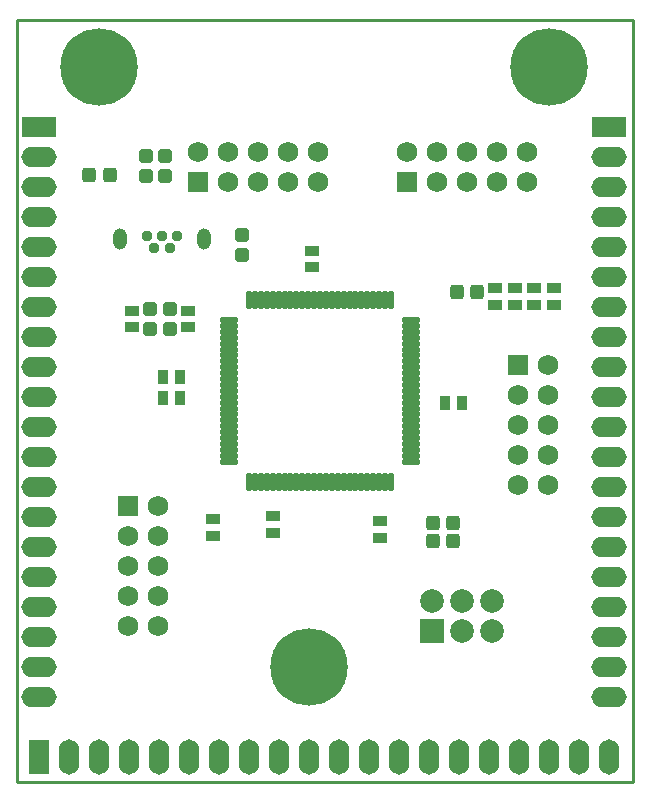
<source format=gts>
G04*
G04 #@! TF.GenerationSoftware,Altium Limited,Altium Designer,18.1.6 (161)*
G04*
G04 Layer_Color=8388736*
%FSLAX25Y25*%
%MOIN*%
G70*
G01*
G75*
%ADD15C,0.01000*%
%ADD24R,0.04540X0.03753*%
%ADD25R,0.03753X0.04540*%
G04:AMPARAMS|DCode=26|XSize=47.37mil|YSize=43.43mil|CornerRadius=8.43mil|HoleSize=0mil|Usage=FLASHONLY|Rotation=0.000|XOffset=0mil|YOffset=0mil|HoleType=Round|Shape=RoundedRectangle|*
%AMROUNDEDRECTD26*
21,1,0.04737,0.02657,0,0,0.0*
21,1,0.03051,0.04343,0,0,0.0*
1,1,0.01686,0.01526,-0.01329*
1,1,0.01686,-0.01526,-0.01329*
1,1,0.01686,-0.01526,0.01329*
1,1,0.01686,0.01526,0.01329*
%
%ADD26ROUNDEDRECTD26*%
%ADD27O,0.06312X0.01981*%
%ADD28O,0.01981X0.06312*%
G04:AMPARAMS|DCode=29|XSize=47.37mil|YSize=43.43mil|CornerRadius=8.43mil|HoleSize=0mil|Usage=FLASHONLY|Rotation=90.000|XOffset=0mil|YOffset=0mil|HoleType=Round|Shape=RoundedRectangle|*
%AMROUNDEDRECTD29*
21,1,0.04737,0.02657,0,0,90.0*
21,1,0.03051,0.04343,0,0,90.0*
1,1,0.01686,0.01329,0.01526*
1,1,0.01686,0.01329,-0.01526*
1,1,0.01686,-0.01329,-0.01526*
1,1,0.01686,-0.01329,0.01526*
%
%ADD29ROUNDEDRECTD29*%
%ADD30C,0.25800*%
%ADD31R,0.11800X0.06800*%
%ADD32O,0.11800X0.06800*%
%ADD33R,0.06800X0.11800*%
%ADD34O,0.06800X0.11800*%
%ADD35C,0.03753*%
G04:AMPARAMS|DCode=36|XSize=47.37mil|YSize=70.99mil|CornerRadius=23.68mil|HoleSize=0mil|Usage=FLASHONLY|Rotation=0.000|XOffset=0mil|YOffset=0mil|HoleType=Round|Shape=RoundedRectangle|*
%AMROUNDEDRECTD36*
21,1,0.04737,0.02362,0,0,0.0*
21,1,0.00000,0.07099,0,0,0.0*
1,1,0.04737,0.00000,-0.01181*
1,1,0.04737,0.00000,-0.01181*
1,1,0.04737,0.00000,0.01181*
1,1,0.04737,0.00000,0.01181*
%
%ADD36ROUNDEDRECTD36*%
%ADD37C,0.07887*%
%ADD38R,0.07887X0.07887*%
%ADD39C,0.06902*%
%ADD40R,0.06902X0.06902*%
%ADD41R,0.06902X0.06902*%
D15*
X0Y0D02*
X205500D01*
Y254000D01*
X0D02*
X205500D01*
X0Y0D02*
Y254000D01*
D24*
X98500Y177256D02*
D03*
Y171744D02*
D03*
X65500Y87756D02*
D03*
Y82244D02*
D03*
X38500Y151744D02*
D03*
Y157256D02*
D03*
X57000Y151744D02*
D03*
Y157256D02*
D03*
X85500Y88756D02*
D03*
Y83244D02*
D03*
X121000Y87000D02*
D03*
Y81488D02*
D03*
X159500Y164756D02*
D03*
Y159244D02*
D03*
X166000Y164756D02*
D03*
Y159244D02*
D03*
X172500Y164756D02*
D03*
Y159244D02*
D03*
X179000Y164756D02*
D03*
Y159244D02*
D03*
D25*
X54256Y135000D02*
D03*
X48744D02*
D03*
X54256Y128000D02*
D03*
X48744D02*
D03*
X142744Y126500D02*
D03*
X148256D02*
D03*
D26*
X44500Y151154D02*
D03*
Y157846D02*
D03*
X51000Y157846D02*
D03*
Y151154D02*
D03*
X75000Y182346D02*
D03*
Y175654D02*
D03*
X43000Y208846D02*
D03*
Y202153D02*
D03*
X49500Y202153D02*
D03*
Y208846D02*
D03*
D27*
X70685Y154122D02*
D03*
Y152154D02*
D03*
Y150185D02*
D03*
Y148216D02*
D03*
Y146248D02*
D03*
Y144280D02*
D03*
Y142311D02*
D03*
Y140342D02*
D03*
Y138374D02*
D03*
Y136406D02*
D03*
Y134437D02*
D03*
Y132468D02*
D03*
Y130500D02*
D03*
Y128532D02*
D03*
Y126563D02*
D03*
Y124594D02*
D03*
Y122626D02*
D03*
Y120658D02*
D03*
Y118689D02*
D03*
Y116720D02*
D03*
Y114752D02*
D03*
Y112784D02*
D03*
Y110815D02*
D03*
Y108846D02*
D03*
Y106878D02*
D03*
X131315D02*
D03*
Y108846D02*
D03*
Y110815D02*
D03*
Y112784D02*
D03*
Y114752D02*
D03*
Y116720D02*
D03*
Y118689D02*
D03*
Y120658D02*
D03*
Y122626D02*
D03*
Y124594D02*
D03*
Y126563D02*
D03*
Y128532D02*
D03*
Y130500D02*
D03*
Y132468D02*
D03*
Y134437D02*
D03*
Y136406D02*
D03*
Y138374D02*
D03*
Y140342D02*
D03*
Y142311D02*
D03*
Y144280D02*
D03*
Y146248D02*
D03*
Y148216D02*
D03*
Y150185D02*
D03*
Y152154D02*
D03*
Y154122D02*
D03*
D28*
X77378Y100185D02*
D03*
X79347D02*
D03*
X81315D02*
D03*
X83284D02*
D03*
X85252D02*
D03*
X87221D02*
D03*
X89189D02*
D03*
X91158D02*
D03*
X93126D02*
D03*
X95095D02*
D03*
X97063D02*
D03*
X99032D02*
D03*
X101000D02*
D03*
X102969D02*
D03*
X104937D02*
D03*
X106905D02*
D03*
X108874D02*
D03*
X110843D02*
D03*
X112811D02*
D03*
X114779D02*
D03*
X116748D02*
D03*
X118717D02*
D03*
X120685D02*
D03*
X122653D02*
D03*
X124622D02*
D03*
Y160815D02*
D03*
X122653D02*
D03*
X120685D02*
D03*
X118717D02*
D03*
X116748D02*
D03*
X114779D02*
D03*
X112811D02*
D03*
X110843D02*
D03*
X108874D02*
D03*
X106905D02*
D03*
X104937D02*
D03*
X102969D02*
D03*
X101000D02*
D03*
X99032D02*
D03*
X97063D02*
D03*
X95095D02*
D03*
X93126D02*
D03*
X91158D02*
D03*
X89189D02*
D03*
X87221D02*
D03*
X85252D02*
D03*
X83284D02*
D03*
X81315D02*
D03*
X79347D02*
D03*
X77378D02*
D03*
D29*
X145346Y80500D02*
D03*
X138654D02*
D03*
X145346Y86500D02*
D03*
X138654D02*
D03*
X146653Y163500D02*
D03*
X153347D02*
D03*
X24153Y202500D02*
D03*
X30846D02*
D03*
D30*
X97500Y38500D02*
D03*
X27500Y238500D02*
D03*
X177500D02*
D03*
D31*
X7500Y218500D02*
D03*
X197500D02*
D03*
D32*
X7500Y208500D02*
D03*
Y198500D02*
D03*
Y188500D02*
D03*
Y178500D02*
D03*
Y168500D02*
D03*
Y158500D02*
D03*
Y148500D02*
D03*
Y138500D02*
D03*
Y128500D02*
D03*
Y118500D02*
D03*
Y108500D02*
D03*
Y98500D02*
D03*
Y88500D02*
D03*
Y78500D02*
D03*
Y68500D02*
D03*
Y58500D02*
D03*
Y48500D02*
D03*
Y38500D02*
D03*
Y28500D02*
D03*
X197500Y208500D02*
D03*
Y198500D02*
D03*
Y188500D02*
D03*
Y178500D02*
D03*
Y168500D02*
D03*
Y158500D02*
D03*
Y148500D02*
D03*
Y138500D02*
D03*
Y128500D02*
D03*
Y118500D02*
D03*
Y108500D02*
D03*
Y98500D02*
D03*
Y88500D02*
D03*
Y78500D02*
D03*
Y68500D02*
D03*
Y58500D02*
D03*
Y48500D02*
D03*
Y38500D02*
D03*
Y28500D02*
D03*
D33*
X7500Y8500D02*
D03*
D34*
X17500D02*
D03*
X27500D02*
D03*
X37500D02*
D03*
X47500D02*
D03*
X57500D02*
D03*
X67500D02*
D03*
X77500D02*
D03*
X87500D02*
D03*
X97500D02*
D03*
X107500D02*
D03*
X117500D02*
D03*
X127500D02*
D03*
X137500D02*
D03*
X147500D02*
D03*
X157500D02*
D03*
X167500D02*
D03*
X177500D02*
D03*
X187500D02*
D03*
X197500D02*
D03*
D35*
X43264Y182000D02*
D03*
X45823Y178063D02*
D03*
X48382Y182000D02*
D03*
X53500D02*
D03*
X50941Y178063D02*
D03*
D36*
X34307Y181134D02*
D03*
X62457D02*
D03*
D37*
X158500Y60500D02*
D03*
Y50500D02*
D03*
X148500Y60500D02*
D03*
Y50500D02*
D03*
X138500Y60500D02*
D03*
D38*
Y50500D02*
D03*
D39*
X177000Y109000D02*
D03*
X167000D02*
D03*
Y129000D02*
D03*
Y119000D02*
D03*
X177000Y139000D02*
D03*
Y129000D02*
D03*
Y119000D02*
D03*
X167000Y99000D02*
D03*
X177000D02*
D03*
X160000Y210000D02*
D03*
Y200000D02*
D03*
X140000D02*
D03*
X150000D02*
D03*
X130000Y210000D02*
D03*
X140000D02*
D03*
X150000D02*
D03*
X170000Y200000D02*
D03*
Y210000D02*
D03*
X90500D02*
D03*
Y200000D02*
D03*
X70500D02*
D03*
X80500D02*
D03*
X60500Y210000D02*
D03*
X70500D02*
D03*
X80500D02*
D03*
X100500Y200000D02*
D03*
Y210000D02*
D03*
X47000Y62000D02*
D03*
X37000D02*
D03*
Y82000D02*
D03*
Y72000D02*
D03*
X47000Y92000D02*
D03*
Y82000D02*
D03*
Y72000D02*
D03*
X37000Y52000D02*
D03*
X47000D02*
D03*
D40*
X167000Y139000D02*
D03*
X37000Y92000D02*
D03*
D41*
X130000Y200000D02*
D03*
X60500D02*
D03*
M02*

</source>
